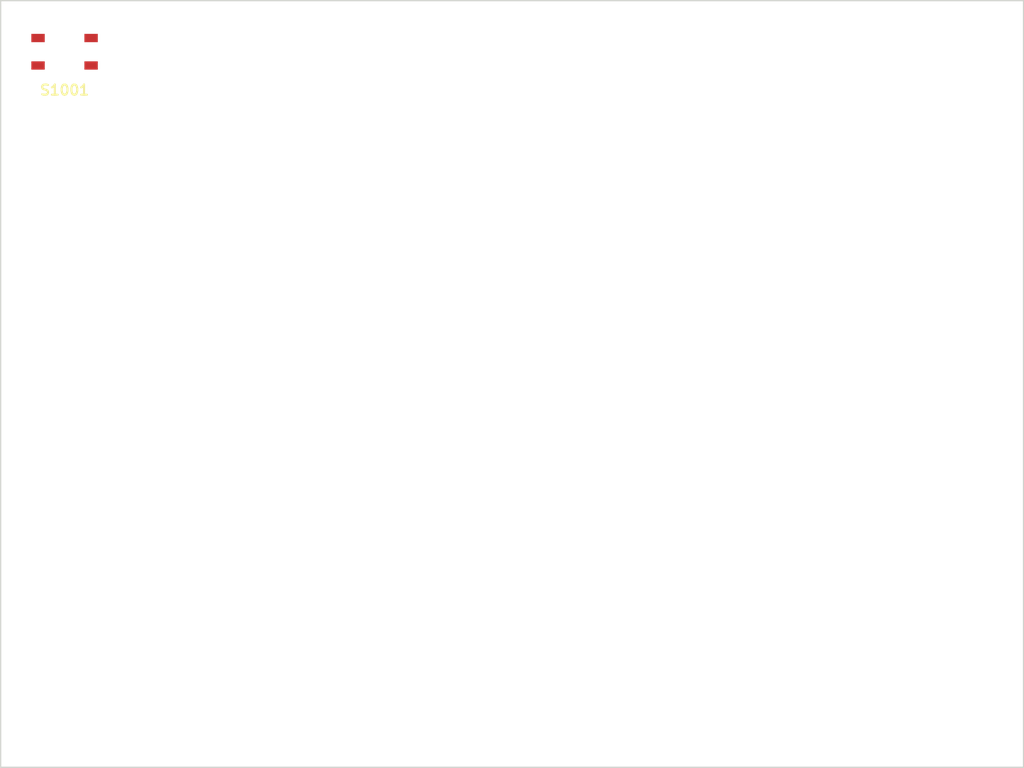
<source format=kicad_pcb>
(kicad_pcb (version 20241229) (generator "pcbnew") (generator_version "9.0")
  (title_block (title "Switches") (date "2026-01-10") (rev "1") (comment 1 "-") (comment 2 "-"))
  (layers (0 "F.Cu" signal) (2 "B.Cu" signal) (13 "F.Paste" user) (15 "B.Paste" user) (5 "F.SilkS" user "F.Silkscreen") (7 "B.SilkS" user "B.Silkscreen") (1 "F.Mask" user) (3 "B.Mask" user) (25 "Edge.Cuts" user))
  (net 0 "")
  (footprint "lily_footprints:switch_spst_4p_4.2x3.2mm" (layer "F.Cu") (at 115 74)
    (property "Reference" "S1001" (at 0 3 0) (layer "F.SilkS") (effects (font (size 0.8 0.8) (thickness 0.16))))
    (property "Value" "spst" (hide yes))
    (pad "1" smd rect (at -2.075 -1.075) (size 1.05 0.65) (layers "F.Cu" "F.Mask" "F.Paste"))
    (pad "2" smd rect (at 2.075 -1.075) (size 1.05 0.65) (layers "F.Cu" "F.Mask" "F.Paste"))
    (pad "3" smd rect (at -2.075 1.075) (size 1.05 0.65) (layers "F.Cu" "F.Mask" "F.Paste"))
    (pad "4" smd rect (at 2.075 1.075) (size 1.05 0.65) (layers "F.Cu" "F.Mask" "F.Paste"))
  )
  (gr_rect (start 110 70) (end 190 130) (stroke (width 0.1)) (fill no) (layer "Edge.Cuts"))
)
</source>
